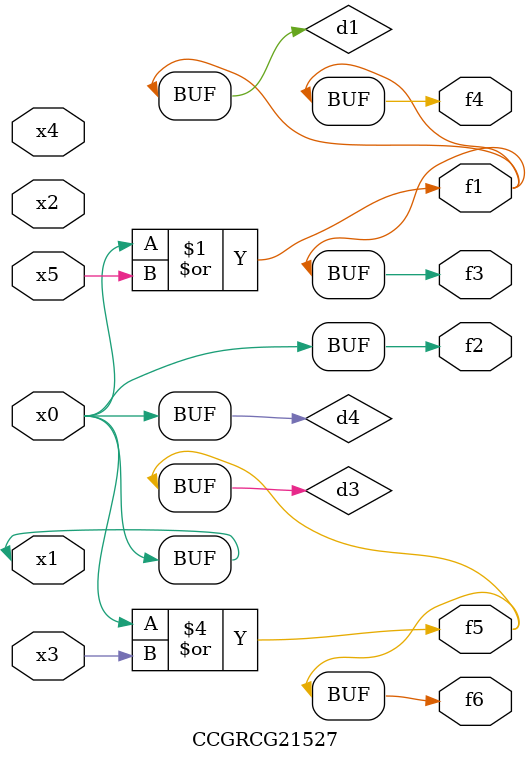
<source format=v>
module CCGRCG21527(
	input x0, x1, x2, x3, x4, x5,
	output f1, f2, f3, f4, f5, f6
);

	wire d1, d2, d3, d4;

	or (d1, x0, x5);
	xnor (d2, x1, x4);
	or (d3, x0, x3);
	buf (d4, x0, x1);
	assign f1 = d1;
	assign f2 = d4;
	assign f3 = d1;
	assign f4 = d1;
	assign f5 = d3;
	assign f6 = d3;
endmodule

</source>
